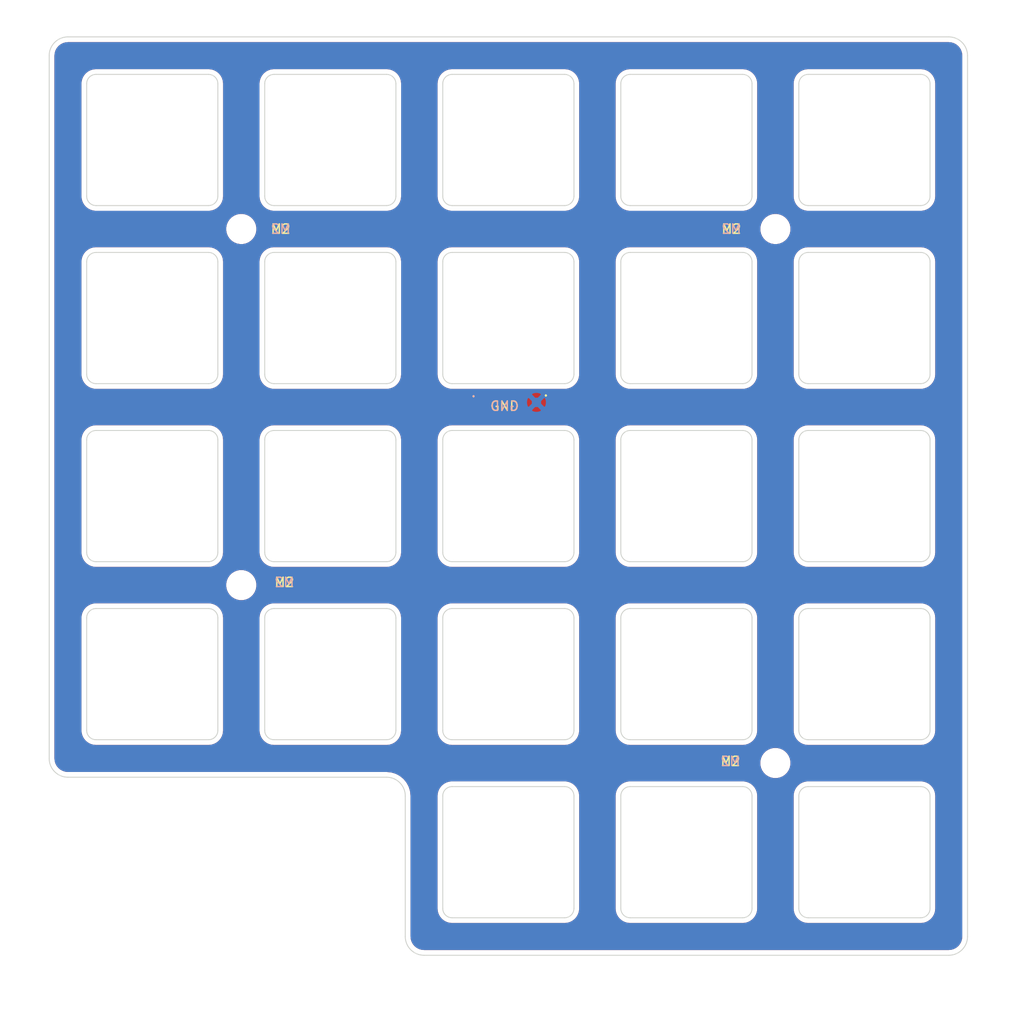
<source format=kicad_pcb>
(kicad_pcb (version 20171130) (host pcbnew "(5.1.10)-1")
  (layers (0 F.Cu signal) (31 B.Cu signal) (34 B.Paste user) (35 F.Paste user) (36 B.SilkS user) (37 F.SilkS user) (38 B.Mask user) (39 F.Mask user) (44 Edge.Cuts user))
  (net 0 "")
  (net 1 GND)
  (module Mounting_Holes:MountingHole_2.2mm_M2 (layer F.Cu) (at 155.49626 120.4849)
    (fp_text reference M8 hide)
    (fp_text value MountingHole_8.4mm_M8)
    (pad "" np_thru_hole circle (at 0 0) (size 2.2 2.2) (drill 2.2) (layers *.Cu *.Mask))
  )
  (module TestPoint:TestPoint_Pad_1.0x1.0mm (layer F.Cu) (at 131.00304 82.3087)
    (fp_text reference . (at 0 -1.448) (layer F.SilkS))
    (fp_text value . hide)
    (pad 1 smd circle (at -1.00304 -0.3087) (size 1 1) (layers B.Cu B.Mask) (net 1 GND))
  )
  (module TestPoint:TestPoint_Pad_1.0x1.0mm (layer F.Cu) (at 123.28652 82.38744)
    (fp_text reference . (at 0 -1.448) (layer B.SilkS))
    (fp_text value . hide)
    (pad 1 smd circle (at -0.28652 -0.38744) (size 1 1) (layers F.Cu F.Mask) (net 1 GND))
  )
  (module Mounting_Holes:MountingHole_2.2mm_M2 (layer F.Cu) (at 98.5 101.5)
    (fp_text reference M8 hide)
    (fp_text value MountingHole_8.4mm_M8)
    (pad "" np_thru_hole circle (at 0 0) (size 2.2 2.2) (drill 2.2) (layers *.Cu *.Mask))
  )
  (module Mounting_Holes:MountingHole_2.2mm_M2 (layer F.Cu) (at 98.5 63.5)
    (fp_text reference M8 hide)
    (fp_text value MountingHole_8.4mm_M8)
    (pad "" np_thru_hole circle (at 0 0) (size 2.2 2.2) (drill 2.2) (layers *.Cu *.Mask))
  )
  (module Mounting_Holes:MountingHole_2.2mm_M2 (layer F.Cu) (at 155.5 63.5)
    (fp_text reference M8 hide)
    (fp_text value MountingHole_8.4mm_M8)
    (pad "" np_thru_hole circle (at 0 0) (size 2.2 2.2) (drill 2.2) (layers *.Cu *.Mask))
  )
  (gr_text M2 (at 102.7 63.5) (layer B.SilkS) (effects (font (size 1 1)) (justify mirror)))
  (gr_text M2 (at 150.8 63.5) (layer B.SilkS) (effects (font (size 1 1)) (justify mirror)))
  (gr_text M2 (at 150.7 120.3) (layer B.SilkS) (effects (font (size 1 1)) (justify mirror)))
  (gr_text M2 (at 103.1 101.2) (layer B.SilkS) (effects (font (size 1 1)) (justify mirror)))
  (gr_text M2 (at 103.1 101.2) (layer F.SilkS) (effects (font (size 1 1))))
  (gr_text M2 (at 150.7 120.3) (layer F.SilkS) (effects (font (size 1 1))))
  (gr_text M2 (at 150.8 63.5) (layer F.SilkS) (effects (font (size 1 1))))
  (gr_text M2 (at 102.7 63.5) (layer F.SilkS) (effects (font (size 1 1))))
  (gr_text GND (at 126.6 82.4) (layer B.SilkS) (effects (font (size 1 1)) (justify mirror)))
  (gr_text GND (at 126.6 82.4) (layer F.SilkS) (effects (font (size 1 1))))
  (gr_arc (start 80 120) (end 78 120) (angle -90) (layer Edge.Cuts) (width 0.1))
  (gr_arc (start 114 124) (end 116 124) (angle -90) (layer Edge.Cuts) (width 0.1))
  (gr_arc (start 118 139) (end 116 139) (angle -90) (layer Edge.Cuts) (width 0.1))
  (gr_arc (start 174 139) (end 174 141) (angle -90) (layer Edge.Cuts) (width 0.1))
  (gr_arc (start 174 45) (end 176 45) (angle -90) (layer Edge.Cuts) (width 0.1))
  (gr_arc (start 80 45) (end 80 43) (angle -90) (layer Edge.Cuts) (width 0.1))
  (gr_arc (start 159 136) (end 158 136) (angle -90) (layer Edge.Cuts) (width 0.1))
  (gr_arc (start 171 136) (end 171 137) (angle -90) (layer Edge.Cuts) (width 0.1))
  (gr_line (start 171 137) (end 159 137) (angle 90) (layer Edge.Cuts) (width 0.1))
  (gr_line (start 172 124) (end 172 136) (angle 90) (layer Edge.Cuts) (width 0.1))
  (gr_line (start 158 136) (end 158 124) (angle 90) (layer Edge.Cuts) (width 0.1))
  (gr_arc (start 159 124) (end 159 123) (angle -90) (layer Edge.Cuts) (width 0.1))
  (gr_line (start 159 123) (end 171 123) (angle 90) (layer Edge.Cuts) (width 0.1))
  (gr_arc (start 171 124) (end 172 124) (angle -90) (layer Edge.Cuts) (width 0.1))
  (gr_arc (start 159 117) (end 158 117) (angle -90) (layer Edge.Cuts) (width 0.1))
  (gr_line (start 159 104) (end 171 104) (angle 90) (layer Edge.Cuts) (width 0.1))
  (gr_line (start 171 118) (end 159 118) (angle 90) (layer Edge.Cuts) (width 0.1))
  (gr_arc (start 171 117) (end 171 118) (angle -90) (layer Edge.Cuts) (width 0.1))
  (gr_arc (start 159 105) (end 159 104) (angle -90) (layer Edge.Cuts) (width 0.1))
  (gr_arc (start 171 105) (end 172 105) (angle -90) (layer Edge.Cuts) (width 0.1))
  (gr_line (start 158 117) (end 158 105) (angle 90) (layer Edge.Cuts) (width 0.1))
  (gr_line (start 172 105) (end 172 117) (angle 90) (layer Edge.Cuts) (width 0.1))
  (gr_arc (start 140 117) (end 139 117) (angle -90) (layer Edge.Cuts) (width 0.1))
  (gr_line (start 140 104) (end 152 104) (angle 90) (layer Edge.Cuts) (width 0.1))
  (gr_arc (start 152 117) (end 152 118) (angle -90) (layer Edge.Cuts) (width 0.1))
  (gr_arc (start 140 105) (end 140 104) (angle -90) (layer Edge.Cuts) (width 0.1))
  (gr_arc (start 152 105) (end 153 105) (angle -90) (layer Edge.Cuts) (width 0.1))
  (gr_line (start 139 117) (end 139 105) (angle 90) (layer Edge.Cuts) (width 0.1))
  (gr_line (start 153 105) (end 153 117) (angle 90) (layer Edge.Cuts) (width 0.1))
  (gr_line (start 152 118) (end 140 118) (angle 90) (layer Edge.Cuts) (width 0.1))
  (gr_arc (start 140 136) (end 139 136) (angle -90) (layer Edge.Cuts) (width 0.1))
  (gr_line (start 140 123) (end 152 123) (angle 90) (layer Edge.Cuts) (width 0.1))
  (gr_arc (start 152 136) (end 152 137) (angle -90) (layer Edge.Cuts) (width 0.1))
  (gr_arc (start 140 124) (end 140 123) (angle -90) (layer Edge.Cuts) (width 0.1))
  (gr_arc (start 152 124) (end 153 124) (angle -90) (layer Edge.Cuts) (width 0.1))
  (gr_line (start 139 136) (end 139 124) (angle 90) (layer Edge.Cuts) (width 0.1))
  (gr_line (start 153 124) (end 153 136) (angle 90) (layer Edge.Cuts) (width 0.1))
  (gr_line (start 152 137) (end 140 137) (angle 90) (layer Edge.Cuts) (width 0.1))
  (gr_arc (start 121 136) (end 120 136) (angle -90) (layer Edge.Cuts) (width 0.1))
  (gr_line (start 134 124) (end 134 136) (angle 90) (layer Edge.Cuts) (width 0.1))
  (gr_line (start 121 123) (end 133 123) (angle 90) (layer Edge.Cuts) (width 0.1))
  (gr_arc (start 133 136) (end 133 137) (angle -90) (layer Edge.Cuts) (width 0.1))
  (gr_arc (start 133 124) (end 134 124) (angle -90) (layer Edge.Cuts) (width 0.1))
  (gr_line (start 133 137) (end 121 137) (angle 90) (layer Edge.Cuts) (width 0.1))
  (gr_line (start 120 136) (end 120 124) (angle 90) (layer Edge.Cuts) (width 0.1))
  (gr_arc (start 121 124) (end 121 123) (angle -90) (layer Edge.Cuts) (width 0.1))
  (gr_arc (start 133 105) (end 134 105) (angle -90) (layer Edge.Cuts) (width 0.1))
  (gr_line (start 120 117) (end 120 105) (angle 90) (layer Edge.Cuts) (width 0.1))
  (gr_arc (start 133 117) (end 133 118) (angle -90) (layer Edge.Cuts) (width 0.1))
  (gr_arc (start 121 117) (end 120 117) (angle -90) (layer Edge.Cuts) (width 0.1))
  (gr_arc (start 121 105) (end 121 104) (angle -90) (layer Edge.Cuts) (width 0.1))
  (gr_line (start 134 105) (end 134 117) (angle 90) (layer Edge.Cuts) (width 0.1))
  (gr_line (start 133 118) (end 121 118) (angle 90) (layer Edge.Cuts) (width 0.1))
  (gr_line (start 121 104) (end 133 104) (angle 90) (layer Edge.Cuts) (width 0.1))
  (gr_arc (start 114 117) (end 114 118) (angle -90) (layer Edge.Cuts) (width 0.1))
  (gr_line (start 115 105) (end 115 117) (angle 90) (layer Edge.Cuts) (width 0.1))
  (gr_line (start 101 117) (end 101 105) (angle 90) (layer Edge.Cuts) (width 0.1))
  (gr_arc (start 114 105) (end 115 105) (angle -90) (layer Edge.Cuts) (width 0.1))
  (gr_arc (start 102 105) (end 102 104) (angle -90) (layer Edge.Cuts) (width 0.1))
  (gr_arc (start 102 117) (end 101 117) (angle -90) (layer Edge.Cuts) (width 0.1))
  (gr_line (start 114 118) (end 102 118) (angle 90) (layer Edge.Cuts) (width 0.1))
  (gr_line (start 102 104) (end 114 104) (angle 90) (layer Edge.Cuts) (width 0.1))
  (gr_line (start 83 104) (end 95 104) (angle 90) (layer Edge.Cuts) (width 0.1))
  (gr_line (start 96 105) (end 96 117) (angle 90) (layer Edge.Cuts) (width 0.1))
  (gr_arc (start 95 105) (end 96 105) (angle -90) (layer Edge.Cuts) (width 0.1))
  (gr_line (start 95 118) (end 83 118) (angle 90) (layer Edge.Cuts) (width 0.1))
  (gr_arc (start 95 117) (end 95 118) (angle -90) (layer Edge.Cuts) (width 0.1))
  (gr_arc (start 83 105) (end 83 104) (angle -90) (layer Edge.Cuts) (width 0.1))
  (gr_line (start 82 117) (end 82 105) (angle 90) (layer Edge.Cuts) (width 0.1))
  (gr_arc (start 83 117) (end 82 117) (angle -90) (layer Edge.Cuts) (width 0.1))
  (gr_line (start 96 86) (end 96 98) (angle 90) (layer Edge.Cuts) (width 0.1))
  (gr_line (start 82 98) (end 82 86) (angle 90) (layer Edge.Cuts) (width 0.1))
  (gr_arc (start 83 98) (end 82 98) (angle -90) (layer Edge.Cuts) (width 0.1))
  (gr_arc (start 95 98) (end 95 99) (angle -90) (layer Edge.Cuts) (width 0.1))
  (gr_line (start 83 85) (end 95 85) (angle 90) (layer Edge.Cuts) (width 0.1))
  (gr_arc (start 83 86) (end 83 85) (angle -90) (layer Edge.Cuts) (width 0.1))
  (gr_line (start 95 99) (end 83 99) (angle 90) (layer Edge.Cuts) (width 0.1))
  (gr_arc (start 95 86) (end 96 86) (angle -90) (layer Edge.Cuts) (width 0.1))
  (gr_line (start 115 86) (end 115 98) (angle 90) (layer Edge.Cuts) (width 0.1))
  (gr_line (start 102 85) (end 114 85) (angle 90) (layer Edge.Cuts) (width 0.1))
  (gr_arc (start 102 86) (end 102 85) (angle -90) (layer Edge.Cuts) (width 0.1))
  (gr_arc (start 114 98) (end 114 99) (angle -90) (layer Edge.Cuts) (width 0.1))
  (gr_arc (start 114 86) (end 115 86) (angle -90) (layer Edge.Cuts) (width 0.1))
  (gr_line (start 114 99) (end 102 99) (angle 90) (layer Edge.Cuts) (width 0.1))
  (gr_arc (start 102 98) (end 101 98) (angle -90) (layer Edge.Cuts) (width 0.1))
  (gr_line (start 101 98) (end 101 86) (angle 90) (layer Edge.Cuts) (width 0.1))
  (gr_arc (start 121 98) (end 120 98) (angle -90) (layer Edge.Cuts) (width 0.1))
  (gr_line (start 120 98) (end 120 86) (angle 90) (layer Edge.Cuts) (width 0.1))
  (gr_line (start 134 86) (end 134 98) (angle 90) (layer Edge.Cuts) (width 0.1))
  (gr_line (start 121 85) (end 133 85) (angle 90) (layer Edge.Cuts) (width 0.1))
  (gr_arc (start 121 86) (end 121 85) (angle -90) (layer Edge.Cuts) (width 0.1))
  (gr_arc (start 133 98) (end 133 99) (angle -90) (layer Edge.Cuts) (width 0.1))
  (gr_arc (start 133 86) (end 134 86) (angle -90) (layer Edge.Cuts) (width 0.1))
  (gr_line (start 133 99) (end 121 99) (angle 90) (layer Edge.Cuts) (width 0.1))
  (gr_line (start 139 98) (end 139 86) (angle 90) (layer Edge.Cuts) (width 0.1))
  (gr_line (start 153 86) (end 153 98) (angle 90) (layer Edge.Cuts) (width 0.1))
  (gr_line (start 140 85) (end 152 85) (angle 90) (layer Edge.Cuts) (width 0.1))
  (gr_arc (start 140 86) (end 140 85) (angle -90) (layer Edge.Cuts) (width 0.1))
  (gr_arc (start 152 98) (end 152 99) (angle -90) (layer Edge.Cuts) (width 0.1))
  (gr_line (start 152 99) (end 140 99) (angle 90) (layer Edge.Cuts) (width 0.1))
  (gr_arc (start 140 98) (end 139 98) (angle -90) (layer Edge.Cuts) (width 0.1))
  (gr_arc (start 152 86) (end 153 86) (angle -90) (layer Edge.Cuts) (width 0.1))
  (gr_arc (start 171 98) (end 171 99) (angle -90) (layer Edge.Cuts) (width 0.1))
  (gr_line (start 172 86) (end 172 98) (angle 90) (layer Edge.Cuts) (width 0.1))
  (gr_line (start 159 85) (end 171 85) (angle 90) (layer Edge.Cuts) (width 0.1))
  (gr_line (start 158 98) (end 158 86) (angle 90) (layer Edge.Cuts) (width 0.1))
  (gr_line (start 171 99) (end 159 99) (angle 90) (layer Edge.Cuts) (width 0.1))
  (gr_arc (start 159 98) (end 158 98) (angle -90) (layer Edge.Cuts) (width 0.1))
  (gr_arc (start 171 86) (end 172 86) (angle -90) (layer Edge.Cuts) (width 0.1))
  (gr_arc (start 159 86) (end 159 85) (angle -90) (layer Edge.Cuts) (width 0.1))
  (gr_arc (start 171 79) (end 171 80) (angle -90) (layer Edge.Cuts) (width 0.1))
  (gr_arc (start 159 67) (end 159 66) (angle -90) (layer Edge.Cuts) (width 0.1))
  (gr_line (start 172 67) (end 172 79) (angle 90) (layer Edge.Cuts) (width 0.1))
  (gr_line (start 158 79) (end 158 67) (angle 90) (layer Edge.Cuts) (width 0.1))
  (gr_arc (start 171 67) (end 172 67) (angle -90) (layer Edge.Cuts) (width 0.1))
  (gr_arc (start 159 79) (end 158 79) (angle -90) (layer Edge.Cuts) (width 0.1))
  (gr_line (start 171 80) (end 159 80) (angle 90) (layer Edge.Cuts) (width 0.1))
  (gr_line (start 159 66) (end 171 66) (angle 90) (layer Edge.Cuts) (width 0.1))
  (gr_arc (start 152 67) (end 153 67) (angle -90) (layer Edge.Cuts) (width 0.1))
  (gr_line (start 139 79) (end 139 67) (angle 90) (layer Edge.Cuts) (width 0.1))
  (gr_arc (start 140 79) (end 139 79) (angle -90) (layer Edge.Cuts) (width 0.1))
  (gr_arc (start 152 79) (end 152 80) (angle -90) (layer Edge.Cuts) (width 0.1))
  (gr_line (start 153 67) (end 153 79) (angle 90) (layer Edge.Cuts) (width 0.1))
  (gr_arc (start 140 67) (end 140 66) (angle -90) (layer Edge.Cuts) (width 0.1))
  (gr_line (start 152 80) (end 140 80) (angle 90) (layer Edge.Cuts) (width 0.1))
  (gr_line (start 140 66) (end 152 66) (angle 90) (layer Edge.Cuts) (width 0.1))
  (gr_line (start 121 66) (end 133 66) (angle 90) (layer Edge.Cuts) (width 0.1))
  (gr_arc (start 133 79) (end 133 80) (angle -90) (layer Edge.Cuts) (width 0.1))
  (gr_arc (start 121 79) (end 120 79) (angle -90) (layer Edge.Cuts) (width 0.1))
  (gr_line (start 133 80) (end 121 80) (angle 90) (layer Edge.Cuts) (width 0.1))
  (gr_line (start 120 79) (end 120 67) (angle 90) (layer Edge.Cuts) (width 0.1))
  (gr_arc (start 121 67) (end 121 66) (angle -90) (layer Edge.Cuts) (width 0.1))
  (gr_line (start 134 67) (end 134 79) (angle 90) (layer Edge.Cuts) (width 0.1))
  (gr_arc (start 133 67) (end 134 67) (angle -90) (layer Edge.Cuts) (width 0.1))
  (gr_arc (start 102 67) (end 102 66) (angle -90) (layer Edge.Cuts) (width 0.1))
  (gr_arc (start 114 79) (end 114 80) (angle -90) (layer Edge.Cuts) (width 0.1))
  (gr_line (start 101 79) (end 101 67) (angle 90) (layer Edge.Cuts) (width 0.1))
  (gr_line (start 114 80) (end 102 80) (angle 90) (layer Edge.Cuts) (width 0.1))
  (gr_line (start 102 66) (end 114 66) (angle 90) (layer Edge.Cuts) (width 0.1))
  (gr_arc (start 102 79) (end 101 79) (angle -90) (layer Edge.Cuts) (width 0.1))
  (gr_line (start 115 67) (end 115 79) (angle 90) (layer Edge.Cuts) (width 0.1))
  (gr_arc (start 114 67) (end 115 67) (angle -90) (layer Edge.Cuts) (width 0.1))
  (gr_line (start 95 80) (end 83 80) (angle 90) (layer Edge.Cuts) (width 0.1))
  (gr_arc (start 83 79) (end 82 79) (angle -90) (layer Edge.Cuts) (width 0.1))
  (gr_line (start 83 66) (end 95 66) (angle 90) (layer Edge.Cuts) (width 0.1))
  (gr_line (start 96 67) (end 96 79) (angle 90) (layer Edge.Cuts) (width 0.1))
  (gr_arc (start 83 67) (end 83 66) (angle -90) (layer Edge.Cuts) (width 0.1))
  (gr_arc (start 95 79) (end 95 80) (angle -90) (layer Edge.Cuts) (width 0.1))
  (gr_arc (start 95 67) (end 96 67) (angle -90) (layer Edge.Cuts) (width 0.1))
  (gr_line (start 82 79) (end 82 67) (angle 90) (layer Edge.Cuts) (width 0.1))
  (gr_line (start 171 61) (end 159 61) (angle 90) (layer Edge.Cuts) (width 0.1))
  (gr_arc (start 171 48) (end 172 48) (angle -90) (layer Edge.Cuts) (width 0.1))
  (gr_line (start 158 60) (end 158 48) (angle 90) (layer Edge.Cuts) (width 0.1))
  (gr_line (start 159 47) (end 171 47) (angle 90) (layer Edge.Cuts) (width 0.1))
  (gr_line (start 172 48) (end 172 60) (angle 90) (layer Edge.Cuts) (width 0.1))
  (gr_arc (start 159 48) (end 159 47) (angle -90) (layer Edge.Cuts) (width 0.1))
  (gr_arc (start 159 60) (end 158 60) (angle -90) (layer Edge.Cuts) (width 0.1))
  (gr_arc (start 171 60) (end 171 61) (angle -90) (layer Edge.Cuts) (width 0.1))
  (gr_arc (start 152 48) (end 153 48) (angle -90) (layer Edge.Cuts) (width 0.1))
  (gr_line (start 152 61) (end 140 61) (angle 90) (layer Edge.Cuts) (width 0.1))
  (gr_line (start 140 47) (end 152 47) (angle 90) (layer Edge.Cuts) (width 0.1))
  (gr_arc (start 140 48) (end 140 47) (angle -90) (layer Edge.Cuts) (width 0.1))
  (gr_line (start 153 48) (end 153 60) (angle 90) (layer Edge.Cuts) (width 0.1))
  (gr_line (start 139 60) (end 139 48) (angle 90) (layer Edge.Cuts) (width 0.1))
  (gr_arc (start 140 60) (end 139 60) (angle -90) (layer Edge.Cuts) (width 0.1))
  (gr_arc (start 152 60) (end 152 61) (angle -90) (layer Edge.Cuts) (width 0.1))
  (gr_line (start 134 48) (end 134 60) (angle 90) (layer Edge.Cuts) (width 0.1))
  (gr_arc (start 133 48) (end 134 48) (angle -90) (layer Edge.Cuts) (width 0.1))
  (gr_arc (start 121 48) (end 121 47) (angle -90) (layer Edge.Cuts) (width 0.1))
  (gr_line (start 120 60) (end 120 48) (angle 90) (layer Edge.Cuts) (width 0.1))
  (gr_line (start 121 47) (end 133 47) (angle 90) (layer Edge.Cuts) (width 0.1))
  (gr_arc (start 121 60) (end 120 60) (angle -90) (layer Edge.Cuts) (width 0.1))
  (gr_arc (start 133 60) (end 133 61) (angle -90) (layer Edge.Cuts) (width 0.1))
  (gr_line (start 133 61) (end 121 61) (angle 90) (layer Edge.Cuts) (width 0.1))
  (gr_arc (start 102 60) (end 101 60) (angle -90) (layer Edge.Cuts) (width 0.1))
  (gr_arc (start 114 60) (end 114 61) (angle -90) (layer Edge.Cuts) (width 0.1))
  (gr_arc (start 102 48) (end 102 47) (angle -90) (layer Edge.Cuts) (width 0.1))
  (gr_arc (start 114 48) (end 115 48) (angle -90) (layer Edge.Cuts) (width 0.1))
  (gr_line (start 114 61) (end 102 61) (angle 90) (layer Edge.Cuts) (width 0.1))
  (gr_line (start 115 48) (end 115 60) (angle 90) (layer Edge.Cuts) (width 0.1))
  (gr_line (start 102 47) (end 114 47) (angle 90) (layer Edge.Cuts) (width 0.1))
  (gr_line (start 101 60) (end 101 48) (angle 90) (layer Edge.Cuts) (width 0.1))
  (gr_arc (start 95 48) (end 96 48) (angle -90) (layer Edge.Cuts) (width 0.1))
  (gr_arc (start 95 60) (end 95 61) (angle -90) (layer Edge.Cuts) (width 0.1))
  (gr_arc (start 83 60) (end 82 60) (angle -90) (layer Edge.Cuts) (width 0.1))
  (gr_arc (start 83 48) (end 83 47) (angle -90) (layer Edge.Cuts) (width 0.1))
  (gr_line (start 82 60) (end 82 48) (angle 90) (layer Edge.Cuts) (width 0.1))
  (gr_line (start 95 61) (end 83 61) (angle 90) (layer Edge.Cuts) (width 0.1))
  (gr_line (start 96 48) (end 96 60) (angle 90) (layer Edge.Cuts) (width 0.1))
  (gr_line (start 83 47) (end 95 47) (angle 90) (layer Edge.Cuts) (width 0.1))
  (gr_line (start 116 124) (end 116 139) (angle 90) (layer Edge.Cuts) (width 0.1))
  (gr_line (start 80 122) (end 114 122) (angle 90) (layer Edge.Cuts) (width 0.1))
  (gr_line (start 118 141) (end 174 141) (angle 90) (layer Edge.Cuts) (width 0.1))
  (gr_line (start 176 45) (end 176 139) (angle 90) (layer Edge.Cuts) (width 0.1))
  (gr_line (start 78 45) (end 78 120) (angle 90) (layer Edge.Cuts) (width 0.1))
  (gr_line (start 80 43) (end 174 43) (angle 90) (layer Edge.Cuts) (width 0.1))
  (zone (net 1) (net_name GND) (layer B.Cu) (connect_pads (clearance 0.508)) (min_thickness 0.254) (fill yes (arc_segments 32) (thermal_gap 0.508) (thermal_bridge_width 0.508))
    (polygon (pts (xy 181.40426 148.36902) (xy 73.6219 148.36902) (xy 74.27468 39.47668) (xy 181.40426 39.47668)))
  )
  (zone (net 1) (net_name GND) (layer F.Cu) (connect_pads (clearance 0.508)) (min_thickness 0.254) (fill yes (arc_segments 32) (thermal_gap 0.508) (thermal_bridge_width 0.508))
    (polygon (pts (xy 181.18582 147.89912) (xy 72.75068 147.46478) (xy 72.96912 39.06266) (xy 181.18582 39.06266)))
  )
)
</source>
